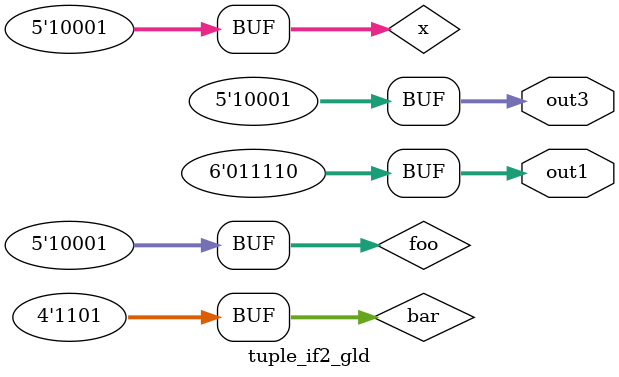
<source format=v>
module tuple_if2_gld (
  output [5:0] out1,
  /* output [4:0] out2, */
  output [4:0] out3
);

wire [3:0] bar = 3'd7 == 3'd7 ? 4'd13 : 3'd4;
wire [4:0] foo = 3'd7 == 3'd7 ? 5'd17 : 3'd7;
assign out1 = bar + foo;

wire [4:0] x = 3'd7 == 3'd7 ? 5'd17 : 2'd2;
assign out3 = x;

endmodule

</source>
